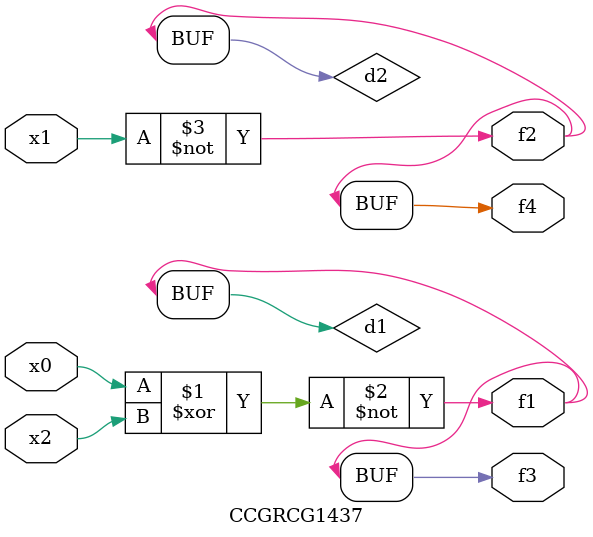
<source format=v>
module CCGRCG1437(
	input x0, x1, x2,
	output f1, f2, f3, f4
);

	wire d1, d2, d3;

	xnor (d1, x0, x2);
	nand (d2, x1);
	nor (d3, x1, x2);
	assign f1 = d1;
	assign f2 = d2;
	assign f3 = d1;
	assign f4 = d2;
endmodule

</source>
